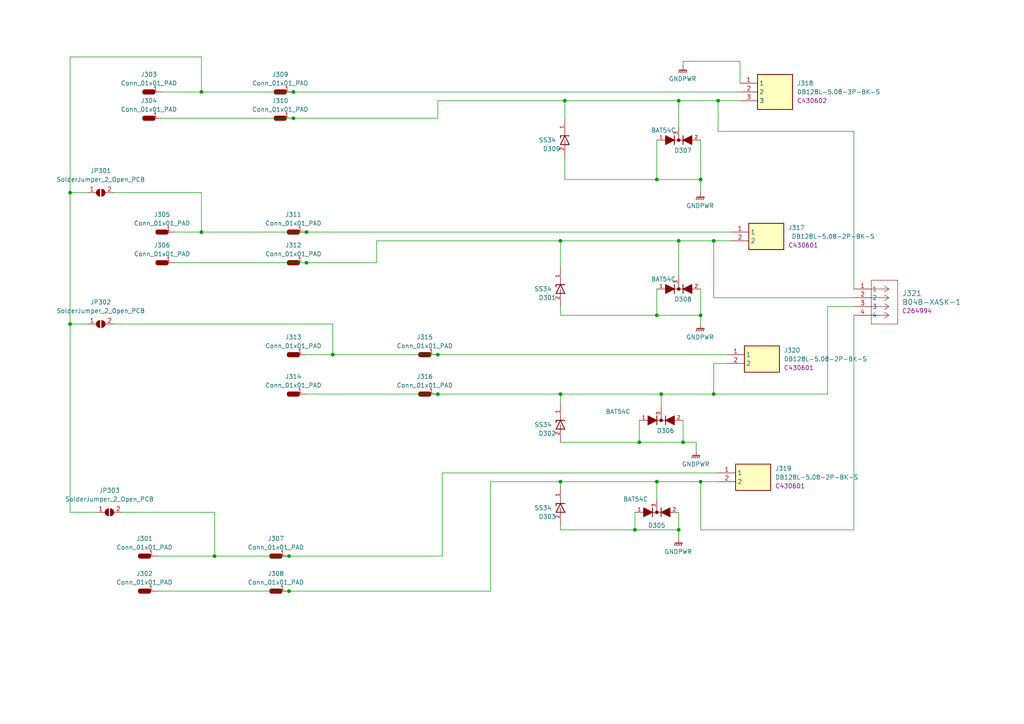
<source format=kicad_sch>
(kicad_sch (version 20230121) (generator eeschema)
  (paper "A4")
  (lib_symbols
    (symbol "PCB_Library:1729128"
      (property "Reference" "J" (at 16.51 7.62 0))
      (property "Value" "XY128V-A-5.08-2P" (at 16.51 5.08 0))
      (property "LCSC" "C557665" (at 8.89 6.35 0))
      (symbol "1729128_1_1"
        (rectangle (start 5.08 2.54) (end 15.24 -5.08) (stroke (width 0.254)) (fill (type background)))
        (pin passive line (at 0 0 0) (length 5.08) (name "1") (number "1"))
        (pin passive line (at 0 -2.54 0) (length 5.08) (name "2") (number "2"))
      )
    )
    (symbol "PCB_Library:B04B-XASK-1" (pin_names (offset 0.254))
      (property "Reference" "J" (at 8.89 6.35 0))
      (property "Value" "B04B-XASK-1" (at 2.54 10.16 0))
      (property "LCSC" "C264994" (at -5.08 3.81 0))
      (symbol "B04B-XASK-1_1_1"
        (polyline (pts (xy 5.08 -10.16) (xy 12.7 -10.16)) (stroke (width 0.127)))
        (polyline (pts (xy 5.08 2.54) (xy 5.08 -10.16)) (stroke (width 0.127)))
        (polyline (pts (xy 10.16 -7.62) (xy 5.08 -7.62)) (stroke (width 0.127)))
        (polyline (pts (xy 10.16 -7.62) (xy 8.89 -8.4667)) (stroke (width 0.127)))
        (polyline (pts (xy 10.16 -7.62) (xy 8.89 -6.7733)) (stroke (width 0.127)))
        (polyline (pts (xy 10.16 -5.08) (xy 5.08 -5.08)) (stroke (width 0.127)))
        (polyline (pts (xy 10.16 -5.08) (xy 8.89 -5.9267)) (stroke (width 0.127)))
        (polyline (pts (xy 10.16 -5.08) (xy 8.89 -4.2333)) (stroke (width 0.127)))
        (polyline (pts (xy 10.16 -2.54) (xy 5.08 -2.54)) (stroke (width 0.127)))
        (polyline (pts (xy 10.16 -2.54) (xy 8.89 -3.3867)) (stroke (width 0.127)))
        (polyline (pts (xy 10.16 -2.54) (xy 8.89 -1.6933)) (stroke (width 0.127)))
        (polyline (pts (xy 10.16 0) (xy 5.08 0)) (stroke (width 0.127)))
        (polyline (pts (xy 10.16 0) (xy 8.89 -0.8467)) (stroke (width 0.127)))
        (polyline (pts (xy 10.16 0) (xy 8.89 0.8467)) (stroke (width 0.127)))
        (polyline (pts (xy 12.7 -10.16) (xy 12.7 2.54)) (stroke (width 0.127)))
        (polyline (pts (xy 12.7 2.54) (xy 5.08 2.54)) (stroke (width 0.127)))
        (pin unspecified line (at 0 0 0) (length 5.08) (name "1") (number "1"))
        (pin unspecified line (at 0 -2.54 0) (length 5.08) (name "2") (number "2"))
        (pin unspecified line (at 0 -5.08 0) (length 5.08) (name "3") (number "3"))
        (pin unspecified line (at 0 -7.62 0) (length 5.08) (name "4") (number "4"))
      )
      (symbol "B04B-XASK-1_1_2"
        (polyline (pts (xy 5.08 -10.16) (xy 12.7 -10.16)) (stroke (width 0.127)))
        (polyline (pts (xy 5.08 2.54) (xy 5.08 -10.16)) (stroke (width 0.127)))
        (polyline (pts (xy 7.62 -7.62) (xy 5.08 -7.62)) (stroke (width 0.127)))
        (polyline (pts (xy 7.62 -7.62) (xy 8.89 -8.4667)) (stroke (width 0.127)))
        (polyline (pts (xy 7.62 -7.62) (xy 8.89 -6.7733)) (stroke (width 0.127)))
        (polyline (pts (xy 7.62 -5.08) (xy 5.08 -5.08)) (stroke (width 0.127)))
        (polyline (pts (xy 7.62 -5.08) (xy 8.89 -5.9267)) (stroke (width 0.127)))
        (polyline (pts (xy 7.62 -5.08) (xy 8.89 -4.2333)) (stroke (width 0.127)))
        (polyline (pts (xy 7.62 -2.54) (xy 5.08 -2.54)) (stroke (width 0.127)))
        (polyline (pts (xy 7.62 -2.54) (xy 8.89 -3.3867)) (stroke (width 0.127)))
        (polyline (pts (xy 7.62 -2.54) (xy 8.89 -1.6933)) (stroke (width 0.127)))
        (polyline (pts (xy 7.62 0) (xy 5.08 0)) (stroke (width 0.127)))
        (polyline (pts (xy 7.62 0) (xy 8.89 -0.8467)) (stroke (width 0.127)))
        (polyline (pts (xy 7.62 0) (xy 8.89 0.8467)) (stroke (width 0.127)))
        (polyline (pts (xy 12.7 -10.16) (xy 12.7 2.54)) (stroke (width 0.127)))
        (polyline (pts (xy 12.7 2.54) (xy 5.08 2.54)) (stroke (width 0.127)))
        (pin unspecified line (at 0 0 0) (length 5.08) (name "1") (number "1"))
        (pin unspecified line (at 0 -2.54 0) (length 5.08) (name "2") (number "2"))
        (pin unspecified line (at 0 -5.08 0) (length 5.08) (name "3") (number "3"))
        (pin unspecified line (at 0 -7.62 0) (length 5.08) (name "4") (number "4"))
      )
    )
    (symbol "PCB_Library:BAT54C" (pin_names (offset 1.016))
      (property "Reference" "D" (at 6.35 5.08 0))
      (property "Value" "BAT54C" (at 5.08 -5.08 0))
      (symbol "BAT54C_0_0"
        (polyline (pts (xy -1.27 -1.27) (xy 1.27 -1.27)) (stroke (width 0.254)))
        (polyline (pts (xy 0 1.27) (xy -1.27 1.27)) (stroke (width 0.254)))
        (polyline (pts (xy 0 1.27) (xy 0 -1.27)) (stroke (width 0.1524)))
        (polyline (pts (xy 1.27 1.27) (xy 0 1.27)) (stroke (width 0.254)))
        (polyline (pts (xy -1.27 -3.81) (xy 0 -1.27) (xy 1.27 -3.81) (xy -1.27 -3.81)) (stroke (width 0.254)) (fill (type outline)))
        (polyline (pts (xy -1.27 3.81) (xy 1.27 3.81) (xy 0 1.27) (xy -1.27 3.81)) (stroke (width 0.254)) (fill (type outline)))
        (circle (center 0 0) (radius 0.254) (stroke (width 0.508)))
        (pin passive line (at 0 6.35 270) (length 2.54) (name "~") (number "1"))
        (pin passive line (at 0 -6.35 90) (length 2.54) (name "~") (number "2"))
        (pin passive line (at 3.81 0 180) (length 3.54) (name "~") (number "3"))
      )
    )
    (symbol "PCB_Library:Conn_01x01_PAD" (pin_names (offset 1.016) hide)
      (property "Reference" "J" (at 0 2.54 0))
      (property "Value" "Conn_01x01_PAD" (at 1.27 -3.81 0))
      (symbol "Conn_01x01_PAD_1_1"
        (polyline (pts (xy 1.27 0) (xy 0.8636 0)) (stroke (width 0.1524)))
        (rectangle (start 0 0.127) (end 2.54 -0.127) (stroke (width 1.2192)) (fill (type outline)))
        (pin passive line (at 5.08 0 180) (length 3.81) (name "Pin_1") (number "1"))
      )
    )
    (symbol "PCB_Library:SMBJ24A" (pin_names (offset 1.016))
      (property "Reference" "D" (at -5.0835 2.4159 0))
      (property "Value" "SMBJ24A" (at -5.0854 -4.9611 0))
      (symbol "SMBJ24A_0_0"
        (polyline (pts (xy -1.27 -1.27) (xy -1.27 0)) (stroke (width 0.254)))
        (polyline (pts (xy -1.27 0) (xy -1.27 1.27)) (stroke (width 0.254)))
        (polyline (pts (xy -1.27 0) (xy 1.27 -1.27)) (stroke (width 0.254)))
        (polyline (pts (xy -0.635 -1.27) (xy -1.27 -1.27)) (stroke (width 0.254)))
        (polyline (pts (xy 1.27 -1.27) (xy 1.27 1.27)) (stroke (width 0.254)))
        (polyline (pts (xy 1.27 1.27) (xy -1.27 0)) (stroke (width 0.254)))
      )
      (symbol "SMBJ24A_1_0"
        (pin passive line (at -6.35 0 0) (length 5.08) (name "~") (number "1"))
        (pin passive line (at 5.08 0 180) (length 5.08) (name "~") (number "2"))
      )
    )
    (symbol "PCB_Library:SolderJumper_2_Open" (pin_names (offset 0) hide)
      (property "Reference" "JP" (at 0 2.032 0))
      (property "Value" "SolderJumper_2_Open_PCB" (at 0 -2.54 0))
      (symbol "SolderJumper_2_Open_0_1"
        (arc (start -0.254 1.016) (mid -1.2656 0) (end -0.254 -1.016))
        (arc (start -0.254 1.016) (mid -1.2656 0) (end -0.254 -1.016) (fill (type outline)))
        (polyline (pts (xy -0.254 1.016) (xy -0.254 -1.016)))
        (polyline (pts (xy 0.254 1.016) (xy 0.254 -1.016)))
        (arc (start 0.254 -1.016) (mid 1.2656 0) (end 0.254 1.016))
        (arc (start 0.254 -1.016) (mid 1.2656 0) (end 0.254 1.016) (fill (type outline)))
      )
      (symbol "SolderJumper_2_Open_1_1"
        (pin passive line (at -3.81 0 0) (length 2.54) (name "A") (number "1"))
        (pin passive line (at 3.81 0 180) (length 2.54) (name "B") (number "2"))
      )
    )
    (symbol "PCB_Library:XY128V-A-5.08-3P"
      (property "Reference" "J" (at 16.51 7.62 0))
      (property "Value" "XY128V-A-5.08-3P" (at 16.51 5.08 0))
      (property "LCSC" "C557666" (at 8.89 6.35 0))
      (symbol "XY128V-A-5.08-3P_1_1"
        (rectangle (start 5.08 2.54) (end 15.24 -7.62) (stroke (width 0.254)) (fill (type background)))
        (pin passive line (at 0 0 0) (length 5.08) (name "1") (number "1"))
        (pin passive line (at 0 -2.54 0) (length 5.08) (name "2") (number "2"))
        (pin passive line (at 0 -5.08 0) (length 5.08) (name "3") (number "3"))
      )
    )
    (symbol "power:GNDPWR" (power) (pin_names (offset 0))
      (property "Value" "GNDPWR" (at 0 -3.302 0))
      (symbol "GNDPWR_0_1"
        (polyline (pts (xy 0 -1.27) (xy 0 0)))
        (polyline (pts (xy -1.016 -1.27) (xy -1.27 -2.032) (xy -1.27 -2.032)) (stroke (width 0.2032)))
        (polyline (pts (xy -0.508 -1.27) (xy -0.762 -2.032) (xy -0.762 -2.032)) (stroke (width 0.2032)))
        (polyline (pts (xy 0 -1.27) (xy -0.254 -2.032) (xy -0.254 -2.032)) (stroke (width 0.2032)))
        (polyline (pts (xy 0.508 -1.27) (xy 0.254 -2.032) (xy 0.254 -2.032)) (stroke (width 0.2032)))
        (polyline (pts (xy 1.016 -1.27) (xy -1.016 -1.27) (xy -1.016 -1.27)) (stroke (width 0.2032)))
        (polyline (pts (xy 1.016 -1.27) (xy 0.762 -2.032) (xy 0.762 -2.032) (xy 0.762 -2.032)) (stroke (width 0.2032)))
      )
      (symbol "GNDPWR_1_1"
        (pin power_in line (at 0 0 270) (length 0) hide (name "GNDPWR") (number "1"))
      )
    )
  )
  (junction (at 96.52 102.87))
  (junction (at 162.56 114.3))
  (junction (at 20.32 55.88))
  (junction (at 203.2 52.07))
  (junction (at 83.82 171.45))
  (junction (at 196.85 153.67))
  (junction (at 208.28 29.21))
  (junction (at 190.5 139.7))
  (junction (at 62.23 161.29))
  (junction (at 85.09 26.67))
  (junction (at 190.5 91.44))
  (junction (at 198.12 128.27))
  (junction (at 58.42 26.67))
  (junction (at 191.77 114.3))
  (junction (at 85.09 34.29))
  (junction (at 20.32 93.98))
  (junction (at 88.9 76.2))
  (junction (at 58.42 67.31))
  (junction (at 196.85 69.85))
  (junction (at 83.82 161.29))
  (junction (at 203.2 139.7))
  (junction (at 162.56 69.85))
  (junction (at 88.9 67.31))
  (junction (at 207.01 114.3))
  (junction (at 196.85 29.21))
  (junction (at 127 102.87))
  (junction (at 190.5 52.07))
  (junction (at 185.42 128.27))
  (junction (at 162.56 139.7))
  (junction (at 203.2 91.44))
  (junction (at 127 114.3))
  (junction (at 207.01 69.85))
  (junction (at 184.15 153.67))
  (junction (at 163.83 29.21))
  (wire (pts (xy 162.56 152.4) (xy 162.56 153.67)))
  (wire (pts (xy 185.42 128.27) (xy 198.12 128.27)))
  (wire (pts (xy 190.5 139.7) (xy 203.2 139.7)))
  (wire (pts (xy 203.2 55.88) (xy 203.2 52.07)))
  (wire (pts (xy 88.9 114.3) (xy 127 114.3)))
  (wire (pts (xy 162.56 91.44) (xy 190.5 91.44)))
  (wire (pts (xy 96.52 93.98) (xy 96.52 102.87)))
  (wire (pts (xy 203.2 139.7) (xy 203.2 153.67)))
  (wire (pts (xy 247.65 153.67) (xy 247.65 91.44)))
  (wire (pts (xy 198.12 17.78) (xy 198.12 19.05)))
  (wire (pts (xy 190.5 40.64) (xy 190.5 52.07)))
  (wire (pts (xy 247.65 86.36) (xy 207.01 86.36)))
  (wire (pts (xy 58.42 67.31) (xy 88.9 67.31)))
  (wire (pts (xy 88.9 102.87) (xy 96.52 102.87)))
  (wire (pts (xy 128.27 161.29) (xy 128.27 137.16)))
  (wire (pts (xy 163.83 45.72) (xy 163.83 52.07)))
  (wire (pts (xy 196.85 156.21) (xy 196.85 153.67)))
  (wire (pts (xy 203.2 83.82) (xy 203.2 91.44)))
  (wire (pts (xy 85.09 34.29) (xy 127 34.29)))
  (wire (pts (xy 190.5 52.07) (xy 203.2 52.07)))
  (wire (pts (xy 58.42 55.88) (xy 58.42 67.31)))
  (wire (pts (xy 162.56 114.3) (xy 191.77 114.3)))
  (wire (pts (xy 162.56 69.85) (xy 162.56 77.47)))
  (wire (pts (xy 88.9 67.31) (xy 212.09 67.31)))
  (wire (pts (xy 109.22 69.85) (xy 162.56 69.85)))
  (wire (pts (xy 196.85 69.85) (xy 196.85 80.01)))
  (wire (pts (xy 162.56 91.44) (xy 162.56 88.9)))
  (wire (pts (xy 45.72 161.29) (xy 62.23 161.29)))
  (wire (pts (xy 203.2 40.64) (xy 203.2 52.07)))
  (wire (pts (xy 191.77 114.3) (xy 191.77 118.11)))
  (wire (pts (xy 162.56 128.27) (xy 185.42 128.27)))
  (wire (pts (xy 207.01 105.41) (xy 207.01 114.3)))
  (wire (pts (xy 208.28 29.21) (xy 208.28 38.1)))
  (wire (pts (xy 184.15 148.59) (xy 184.15 153.67)))
  (wire (pts (xy 58.42 26.67) (xy 85.09 26.67)))
  (wire (pts (xy 20.32 16.51) (xy 58.42 16.51)))
  (wire (pts (xy 27.94 148.59) (xy 20.32 148.59)))
  (wire (pts (xy 191.77 114.3) (xy 207.01 114.3)))
  (wire (pts (xy 198.12 121.92) (xy 198.12 128.27)))
  (wire (pts (xy 127 29.21) (xy 127 34.29)))
  (wire (pts (xy 198.12 17.78) (xy 214.63 17.78)))
  (wire (pts (xy 162.56 114.3) (xy 162.56 116.84)))
  (wire (pts (xy 58.42 16.51) (xy 58.42 26.67)))
  (wire (pts (xy 208.28 29.21) (xy 214.63 29.21)))
  (wire (pts (xy 46.99 26.67) (xy 58.42 26.67)))
  (wire (pts (xy 20.32 148.59) (xy 20.32 93.98)))
  (wire (pts (xy 96.52 102.87) (xy 127 102.87)))
  (wire (pts (xy 128.27 137.16) (xy 208.28 137.16)))
  (wire (pts (xy 163.83 29.21) (xy 163.83 34.29)))
  (wire (pts (xy 196.85 29.21) (xy 208.28 29.21)))
  (wire (pts (xy 190.5 139.7) (xy 190.5 144.78)))
  (wire (pts (xy 142.24 139.7) (xy 162.56 139.7)))
  (wire (pts (xy 33.02 93.98) (xy 96.52 93.98)))
  (wire (pts (xy 142.24 171.45) (xy 83.82 171.45)))
  (wire (pts (xy 190.5 83.82) (xy 190.5 91.44)))
  (wire (pts (xy 203.2 153.67) (xy 247.65 153.67)))
  (wire (pts (xy 127 114.3) (xy 162.56 114.3)))
  (wire (pts (xy 163.83 52.07) (xy 190.5 52.07)))
  (wire (pts (xy 83.82 161.29) (xy 128.27 161.29)))
  (wire (pts (xy 62.23 148.59) (xy 62.23 161.29)))
  (wire (pts (xy 33.02 55.88) (xy 58.42 55.88)))
  (wire (pts (xy 201.93 128.27) (xy 198.12 128.27)))
  (wire (pts (xy 208.28 38.1) (xy 247.65 38.1)))
  (wire (pts (xy 50.8 67.31) (xy 58.42 67.31)))
  (wire (pts (xy 203.2 93.98) (xy 203.2 91.44)))
  (wire (pts (xy 184.15 153.67) (xy 196.85 153.67)))
  (wire (pts (xy 196.85 29.21) (xy 196.85 36.83)))
  (wire (pts (xy 162.56 139.7) (xy 190.5 139.7)))
  (wire (pts (xy 88.9 76.2) (xy 109.22 76.2)))
  (wire (pts (xy 127 29.21) (xy 163.83 29.21)))
  (wire (pts (xy 50.8 76.2) (xy 88.9 76.2)))
  (wire (pts (xy 207.01 86.36) (xy 207.01 69.85)))
  (wire (pts (xy 240.03 88.9) (xy 247.65 88.9)))
  (wire (pts (xy 62.23 161.29) (xy 83.82 161.29)))
  (wire (pts (xy 201.93 130.81) (xy 201.93 128.27)))
  (wire (pts (xy 207.01 69.85) (xy 212.09 69.85)))
  (wire (pts (xy 142.24 139.7) (xy 142.24 171.45)))
  (wire (pts (xy 196.85 148.59) (xy 196.85 153.67)))
  (wire (pts (xy 207.01 105.41) (xy 210.82 105.41)))
  (wire (pts (xy 25.4 55.88) (xy 20.32 55.88)))
  (wire (pts (xy 85.09 26.67) (xy 214.63 26.67)))
  (wire (pts (xy 20.32 93.98) (xy 25.4 93.98)))
  (wire (pts (xy 162.56 139.7) (xy 162.56 140.97)))
  (wire (pts (xy 247.65 38.1) (xy 247.65 83.82)))
  (wire (pts (xy 214.63 17.78) (xy 214.63 24.13)))
  (wire (pts (xy 45.72 171.45) (xy 83.82 171.45)))
  (wire (pts (xy 196.85 69.85) (xy 207.01 69.85)))
  (wire (pts (xy 20.32 55.88) (xy 20.32 93.98)))
  (wire (pts (xy 207.01 114.3) (xy 240.03 114.3)))
  (wire (pts (xy 127 102.87) (xy 210.82 102.87)))
  (wire (pts (xy 20.32 16.51) (xy 20.32 55.88)))
  (wire (pts (xy 208.28 139.7) (xy 203.2 139.7)))
  (wire (pts (xy 162.56 69.85) (xy 196.85 69.85)))
  (wire (pts (xy 163.83 29.21) (xy 196.85 29.21)))
  (wire (pts (xy 35.56 148.59) (xy 62.23 148.59)))
  (wire (pts (xy 46.99 34.29) (xy 85.09 34.29)))
  (wire (pts (xy 162.56 153.67) (xy 184.15 153.67)))
  (wire (pts (xy 190.5 91.44) (xy 203.2 91.44)))
  (wire (pts (xy 185.42 121.92) (xy 185.42 128.27)))
  (wire (pts (xy 109.22 69.85) (xy 109.22 76.2)))
  (wire (pts (xy 240.03 114.3) (xy 240.03 88.9)))
  (symbol (lib_id "PCB_Library:Conn_01x01_PAD") (at 40.64 171.45 0) (unit 1)
    (property "Reference" "J302" (at 41.91 166.37 0))
    (property "Value" "Conn_01x01_PAD" (at 41.91 168.91 0))
    (property "Footprint" "PCB_Library:Conn_pin_PLC" (effects hide))
  )
  (symbol (lib_id "PCB_Library:Conn_01x01_PAD") (at 121.92 102.87 0) (unit 1)
    (property "Reference" "J315" (at 123.19 97.79 0))
    (property "Value" "Conn_01x01_PAD" (at 123.19 100.33 0))
    (property "Footprint" "PCB_Library:Conn_pin_PLC" (effects hide))
  )
  (symbol (lib_id "PCB_Library:XY128V-A-5.08-3P") (at 214.63 24.13 0) (unit 1)
    (property "Reference" "J318" (at 231.14 24.13 0) (effects (justify left)))
    (property "Value" "DB128L-5.08-3P-BK-S" (at 231.14 26.67 0) (effects (justify left)))
    (property "Footprint" "PCB_Library:XY128V-A-5.08-3P" (effects hide))
    (property "Datasheet" "https://jlcpcb.com/partdetail/581029-XY128V_A_5_083P/C557666" (effects hide))
    (property "Height" "10.15" (effects hide))
    (property "LCSC" "C430602" (at 231.14 29.21 0) (effects (justify left)))
  )
  (symbol (lib_id "PCB_Library:Conn_01x01_PAD") (at 121.92 114.3 0) (unit 1)
    (property "Reference" "J316" (at 123.19 109.22 0))
    (property "Value" "Conn_01x01_PAD" (at 123.19 111.76 0))
    (property "Footprint" "PCB_Library:Conn_pin_PLC" (effects hide))
  )
  (symbol (lib_id "PCB_Library:Conn_01x01_PAD") (at 41.91 26.67 0) (unit 1)
    (property "Reference" "J303" (at 43.18 21.59 0))
    (property "Value" "Conn_01x01_PAD" (at 43.18 24.13 0))
    (property "Footprint" "PCB_Library:Conn_pin_PLC" (effects hide))
  )
  (symbol (lib_id "power:GNDPWR") (at 203.2 93.98 0) (unit 1)
    (property "Reference" "#PWR0305" (effects hide))
    (property "Value" "GNDPWR" (at 203.073 97.79 0))
  )
  (symbol (lib_id "PCB_Library:Conn_01x01_PAD") (at 80.01 34.29 0) (unit 1)
    (property "Reference" "J310" (at 81.28 29.21 0))
    (property "Value" "Conn_01x01_PAD" (at 81.28 31.75 0))
    (property "Footprint" "PCB_Library:Conn_pin_PLC" (effects hide))
  )
  (symbol (lib_id "PCB_Library:Conn_01x01_PAD") (at 80.01 26.67 0) (unit 1)
    (property "Reference" "J309" (at 81.28 21.59 0))
    (property "Value" "Conn_01x01_PAD" (at 81.28 24.13 0))
    (property "Footprint" "PCB_Library:Conn_pin_PLC" (effects hide))
  )
  (symbol (lib_id "PCB_Library:BAT54C") (at 196.85 40.64 90) (unit 1)
    (property "Reference" "D307" (at 200.66 43.6372 90) (effects (justify left)))
    (property "Value" "BAT54C" (at 196.0372 37.7952 90) (effects (justify left)))
    (property "Footprint" "Package_TO_SOT_SMD:SOT-23" (effects hide))
    (property "Datasheet" "https://datasheet.lcsc.com/lcsc/1811141223_Nexperia-BAT54C-215_C37704.pdf" (effects hide))
    (property "LCSC" "C37704" (effects hide))
    (property "MAX_TEMP" "150 C" (effects hide))
  )
  (symbol (lib_id "PCB_Library:Conn_01x01_PAD") (at 45.72 76.2 0) (unit 1)
    (property "Reference" "J306" (at 46.99 71.12 0))
    (property "Value" "Conn_01x01_PAD" (at 46.99 73.66 0))
    (property "Footprint" "PCB_Library:Conn_pin_PLC" (effects hide))
  )
  (symbol (lib_id "PCB_Library:BAT54C") (at 191.77 121.92 90) (unit 1)
    (property "Reference" "D306" (at 195.58 124.9172 90) (effects (justify left)))
    (property "Value" "BAT54C" (at 182.88 119.38 90) (effects (justify left)))
    (property "Footprint" "Package_TO_SOT_SMD:SOT-23" (effects hide))
    (property "Datasheet" "https://datasheet.lcsc.com/lcsc/1811141223_Nexperia-BAT54C-215_C37704.pdf" (effects hide))
    (property "LCSC" "C37704" (effects hide))
    (property "MAX_TEMP" "150 C" (effects hide))
  )
  (symbol (lib_id "PCB_Library:Conn_01x01_PAD") (at 40.64 161.29 0) (unit 1)
    (property "Reference" "J301" (at 41.91 156.21 0))
    (property "Value" "Conn_01x01_PAD" (at 41.91 158.75 0))
    (property "Footprint" "PCB_Library:Conn_pin_PLC" (effects hide))
  )
  (symbol (lib_id "PCB_Library:SMBJ24A") (at 163.83 40.64 270) (unit 1)
    (property "Reference" "D309" (at 162.56 43.18 90) (effects (justify right)))
    (property "Value" "SS34" (at 161.29 40.64 90) (effects (justify right)))
    (property "Footprint" "Diode_SMD:D_SMA" (effects hide))
    (property "Datasheet" "https://jlcpcb.com/partdetail/mdd_microdiode_semiconductor-SS34/C8678" (effects hide))
    (property "STANDARD" "IPC-7351B" (effects hide))
    (property "LCSC" "C8678" (effects hide))
  )
  (symbol (lib_id "PCB_Library:Conn_01x01_PAD") (at 45.72 67.31 0) (unit 1)
    (property "Reference" "J305" (at 46.99 62.23 0))
    (property "Value" "Conn_01x01_PAD" (at 46.99 64.77 0))
    (property "Footprint" "PCB_Library:Conn_pin_PLC" (effects hide))
  )
  (symbol (lib_id "PCB_Library:1729128") (at 210.82 102.87 0) (unit 1)
    (property "Reference" "J320" (at 227.33 101.6 0) (effects (justify left)))
    (property "Value" "DB128L-5.08-2P-BK-S" (at 227.33 104.14 0) (effects (justify left)))
    (property "Footprint" "PCB_Library:1729128" (effects hide))
    (property "Datasheet" "https://jlcpcb.com/partdetail/581028-XY128V_A_5_082P/C557665" (effects hide))
    (property "Height" "10.15" (effects hide))
    (property "Mouser Part Number" "651-1729128" (effects hide))
    (property "LCSC" "C430601" (at 227.33 106.68 0) (effects (justify left)))
  )
  (symbol (lib_id "PCB_Library:Conn_01x01_PAD") (at 83.82 76.2 0) (unit 1)
    (property "Reference" "J312" (at 85.09 71.12 0))
    (property "Value" "Conn_01x01_PAD" (at 85.09 73.66 0))
    (property "Footprint" "PCB_Library:Conn_pin_PLC" (effects hide))
  )
  (symbol (lib_id "PCB_Library:SMBJ24A") (at 162.56 83.82 270) (unit 1)
    (property "Reference" "D301" (at 161.29 86.36 90) (effects (justify right)))
    (property "Value" "SS34" (at 160.02 83.82 90) (effects (justify right)))
    (property "Footprint" "Diode_SMD:D_SMA" (effects hide))
    (property "Datasheet" "https://jlcpcb.com/partdetail/mdd_microdiode_semiconductor-SS34/C8678" (effects hide))
    (property "STANDARD" "IPC-7351B" (effects hide))
    (property "LCSC" "C8678" (effects hide))
  )
  (symbol (lib_id "PCB_Library:Conn_01x01_PAD") (at 78.74 161.29 0) (unit 1)
    (property "Reference" "J307" (at 80.01 156.21 0))
    (property "Value" "Conn_01x01_PAD" (at 80.01 158.75 0))
    (property "Footprint" "PCB_Library:Conn_pin_PLC" (effects hide))
  )
  (symbol (lib_id "PCB_Library:B04B-XASK-1") (at 247.65 83.82 0) (unit 1)
    (property "Reference" "J321" (at 261.62 85.09 0) (effects (font (size 1.524 1.524)) (justify left)))
    (property "Value" "B04B-XASK-1" (at 261.62 87.63 0) (effects (font (size 1.524 1.524)) (justify left)))
    (property "Footprint" "PCB_Library:CONN_B04B-XASK-1_JST" (effects hide))
    (property "Datasheet" "B04B-XASK-1" (effects hide))
    (property "LCSC" "C264994" (at 261.62 90.17 0) (effects (justify left)))
  )
  (symbol (lib_id "PCB_Library:SolderJumper_2_Open") (at 29.21 93.98 0) (unit 1)
    (property "Reference" "JP302" (at 29.21 87.63 0))
    (property "Value" "SolderJumper_2_Open_PCB" (at 29.21 90.17 0))
    (property "Footprint" "Jumper:SolderJumper-2_P1.3mm_Open_RoundedPad1.0x1.5mm" (effects hide))
  )
  (symbol (lib_id "power:GNDPWR") (at 201.93 130.81 0) (unit 1)
    (property "Reference" "#PWR0303" (effects hide))
    (property "Value" "GNDPWR" (at 201.803 134.62 0))
  )
  (symbol (lib_id "PCB_Library:SolderJumper_2_Open") (at 29.21 55.88 0) (unit 1)
    (property "Reference" "JP301" (at 29.21 49.53 0))
    (property "Value" "SolderJumper_2_Open_PCB" (at 29.21 52.07 0))
    (property "Footprint" "Jumper:SolderJumper-2_P1.3mm_Open_RoundedPad1.0x1.5mm" (effects hide))
  )
  (symbol (lib_id "PCB_Library:1729128") (at 208.28 137.16 0) (unit 1)
    (property "Reference" "J319" (at 224.79 135.89 0) (effects (justify left)))
    (property "Value" "DB128L-5.08-2P-BK-S" (at 224.79 138.43 0) (effects (justify left)))
    (property "Footprint" "PCB_Library:1729128" (effects hide))
    (property "Datasheet" "https://jlcpcb.com/partdetail/581028-XY128V_A_5_082P/C557665" (effects hide))
    (property "Height" "10.15" (effects hide))
    (property "Mouser Part Number" "651-1729128" (effects hide))
    (property "LCSC" "C430601" (at 224.79 140.97 0) (effects (justify left)))
  )
  (symbol (lib_id "power:GNDPWR") (at 203.2 55.88 0) (unit 1)
    (property "Reference" "#PWR0304" (effects hide))
    (property "Value" "GNDPWR" (at 203.073 59.69 0))
  )
  (symbol (lib_id "PCB_Library:SolderJumper_2_Open") (at 31.75 148.59 0) (unit 1)
    (property "Reference" "JP303" (at 31.75 142.24 0))
    (property "Value" "SolderJumper_2_Open_PCB" (at 31.75 144.78 0))
    (property "Footprint" "Jumper:SolderJumper-2_P1.3mm_Open_RoundedPad1.0x1.5mm" (effects hide))
  )
  (symbol (lib_id "PCB_Library:1729128") (at 212.09 67.31 0) (unit 1)
    (property "Reference" "J317" (at 228.6 66.04 0) (effects (justify left)))
    (property "Value" " DB128L-5.08-2P-BK-S" (at 228.6 68.58 0) (effects (justify left)))
    (property "Footprint" "PCB_Library:1729128" (effects hide))
    (property "Datasheet" "https://jlcpcb.com/partdetail/581028-XY128V_A_5_082P/C557665" (effects hide))
    (property "Height" "10.15" (effects hide))
    (property "Mouser Part Number" "651-1729128" (effects hide))
    (property "LCSC" "C430601" (at 228.6 71.12 0) (effects (justify left)))
  )
  (symbol (lib_id "power:GNDPWR") (at 198.12 19.05 0) (unit 1)
    (property "Reference" "#PWR0302" (effects hide))
    (property "Value" "GNDPWR" (at 197.993 22.86 0))
  )
  (symbol (lib_id "PCB_Library:Conn_01x01_PAD") (at 83.82 67.31 0) (unit 1)
    (property "Reference" "J311" (at 85.09 62.23 0))
    (property "Value" "Conn_01x01_PAD" (at 85.09 64.77 0))
    (property "Footprint" "PCB_Library:Conn_pin_PLC" (effects hide))
  )
  (symbol (lib_id "power:GNDPWR") (at 196.85 156.21 0) (unit 1)
    (property "Reference" "#PWR0301" (effects hide))
    (property "Value" "GNDPWR" (at 196.723 160.02 0))
  )
  (symbol (lib_id "PCB_Library:Conn_01x01_PAD") (at 78.74 171.45 0) (unit 1)
    (property "Reference" "J308" (at 80.01 166.37 0))
    (property "Value" "Conn_01x01_PAD" (at 80.01 168.91 0))
    (property "Footprint" "PCB_Library:Conn_pin_PLC" (effects hide))
  )
  (symbol (lib_id "PCB_Library:Conn_01x01_PAD") (at 41.91 34.29 0) (unit 1)
    (property "Reference" "J304" (at 43.18 29.21 0))
    (property "Value" "Conn_01x01_PAD" (at 43.18 31.75 0))
    (property "Footprint" "PCB_Library:Conn_pin_PLC" (effects hide))
  )
  (symbol (lib_id "PCB_Library:Conn_01x01_PAD") (at 83.82 114.3 0) (unit 1)
    (property "Reference" "J314" (at 85.09 109.22 0))
    (property "Value" "Conn_01x01_PAD" (at 85.09 111.76 0))
    (property "Footprint" "PCB_Library:Conn_pin_PLC" (effects hide))
  )
  (symbol (lib_id "PCB_Library:BAT54C") (at 196.85 83.82 90) (unit 1)
    (property "Reference" "D308" (at 200.66 86.8172 90) (effects (justify left)))
    (property "Value" "BAT54C" (at 196.0372 80.9752 90) (effects (justify left)))
    (property "Footprint" "Package_TO_SOT_SMD:SOT-23" (effects hide))
    (property "Datasheet" "https://datasheet.lcsc.com/lcsc/1811141223_Nexperia-BAT54C-215_C37704.pdf" (effects hide))
    (property "LCSC" "C37704" (effects hide))
    (property "MAX_TEMP" "150 C" (effects hide))
  )
  (symbol (lib_id "PCB_Library:SMBJ24A") (at 162.56 123.19 270) (unit 1)
    (property "Reference" "D302" (at 161.29 125.73 90) (effects (justify right)))
    (property "Value" "SS34" (at 160.02 123.19 90) (effects (justify right)))
    (property "Footprint" "Diode_SMD:D_SMA" (effects hide))
    (property "Datasheet" "https://jlcpcb.com/partdetail/mdd_microdiode_semiconductor-SS34/C8678" (effects hide))
    (property "STANDARD" "IPC-7351B" (effects hide))
    (property "LCSC" "C8678" (effects hide))
  )
  (symbol (lib_id "PCB_Library:Conn_01x01_PAD") (at 83.82 102.87 0) (unit 1)
    (property "Reference" "J313" (at 85.09 97.79 0))
    (property "Value" "Conn_01x01_PAD" (at 85.09 100.33 0))
    (property "Footprint" "PCB_Library:Conn_pin_PLC" (effects hide))
  )
  (symbol (lib_id "PCB_Library:SMBJ24A") (at 162.56 147.32 270) (unit 1)
    (property "Reference" "D303" (at 161.29 149.86 90) (effects (justify right)))
    (property "Value" "SS34" (at 160.02 147.32 90) (effects (justify right)))
    (property "Footprint" "Diode_SMD:D_SMA" (effects hide))
    (property "Datasheet" "https://jlcpcb.com/partdetail/mdd_microdiode_semiconductor-SS34/C8678" (effects hide))
    (property "STANDARD" "IPC-7351B" (effects hide))
    (property "LCSC" "C8678" (effects hide))
  )
  (symbol (lib_id "PCB_Library:BAT54C") (at 190.5 148.59 90) (unit 1)
    (property "Reference" "D305" (at 193.04 152.4 90) (effects (justify left)))
    (property "Value" "BAT54C" (at 187.96 144.78 90) (effects (justify left)))
    (property "Footprint" "Package_TO_SOT_SMD:SOT-23" (effects hide))
    (property "Datasheet" "https://datasheet.lcsc.com/lcsc/1811141223_Nexperia-BAT54C-215_C37704.pdf" (effects hide))
    (property "LCSC" "C37704" (effects hide))
    (property "MAX_TEMP" "150 C" (effects hide))
  )
)
</source>
